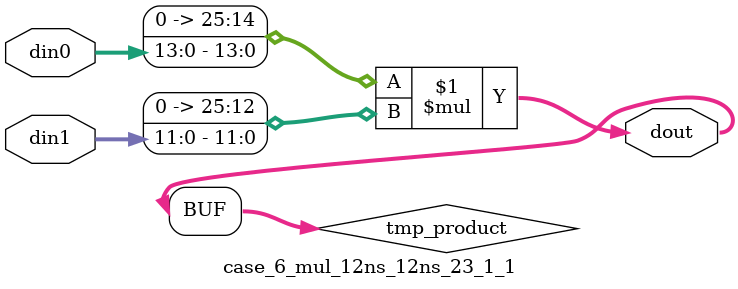
<source format=v>

`timescale 1 ns / 1 ps

 (* use_dsp = "no" *)  module case_6_mul_12ns_12ns_23_1_1(din0, din1, dout);
parameter ID = 1;
parameter NUM_STAGE = 0;
parameter din0_WIDTH = 14;
parameter din1_WIDTH = 12;
parameter dout_WIDTH = 26;

input [din0_WIDTH - 1 : 0] din0; 
input [din1_WIDTH - 1 : 0] din1; 
output [dout_WIDTH - 1 : 0] dout;

wire signed [dout_WIDTH - 1 : 0] tmp_product;
























assign tmp_product = $signed({1'b0, din0}) * $signed({1'b0, din1});











assign dout = tmp_product;





















endmodule

</source>
